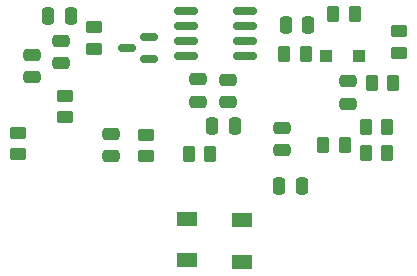
<source format=gbr>
%TF.GenerationSoftware,KiCad,Pcbnew,(6.0.1)*%
%TF.CreationDate,2022-07-11T12:53:36-07:00*%
%TF.ProjectId,ratt-rounded,72617474-2d72-46f7-956e-6465642e6b69,rev?*%
%TF.SameCoordinates,Original*%
%TF.FileFunction,Paste,Bot*%
%TF.FilePolarity,Positive*%
%FSLAX46Y46*%
G04 Gerber Fmt 4.6, Leading zero omitted, Abs format (unit mm)*
G04 Created by KiCad (PCBNEW (6.0.1)) date 2022-07-11 12:53:36*
%MOMM*%
%LPD*%
G01*
G04 APERTURE LIST*
G04 Aperture macros list*
%AMRoundRect*
0 Rectangle with rounded corners*
0 $1 Rounding radius*
0 $2 $3 $4 $5 $6 $7 $8 $9 X,Y pos of 4 corners*
0 Add a 4 corners polygon primitive as box body*
4,1,4,$2,$3,$4,$5,$6,$7,$8,$9,$2,$3,0*
0 Add four circle primitives for the rounded corners*
1,1,$1+$1,$2,$3*
1,1,$1+$1,$4,$5*
1,1,$1+$1,$6,$7*
1,1,$1+$1,$8,$9*
0 Add four rect primitives between the rounded corners*
20,1,$1+$1,$2,$3,$4,$5,0*
20,1,$1+$1,$4,$5,$6,$7,0*
20,1,$1+$1,$6,$7,$8,$9,0*
20,1,$1+$1,$8,$9,$2,$3,0*%
G04 Aperture macros list end*
%ADD10RoundRect,0.150000X0.825000X0.150000X-0.825000X0.150000X-0.825000X-0.150000X0.825000X-0.150000X0*%
%ADD11RoundRect,0.250000X-0.262500X-0.450000X0.262500X-0.450000X0.262500X0.450000X-0.262500X0.450000X0*%
%ADD12RoundRect,0.250000X-0.450000X0.262500X-0.450000X-0.262500X0.450000X-0.262500X0.450000X0.262500X0*%
%ADD13RoundRect,0.250000X-0.475000X0.250000X-0.475000X-0.250000X0.475000X-0.250000X0.475000X0.250000X0*%
%ADD14RoundRect,0.250000X0.450000X-0.262500X0.450000X0.262500X-0.450000X0.262500X-0.450000X-0.262500X0*%
%ADD15RoundRect,0.250000X0.262500X0.450000X-0.262500X0.450000X-0.262500X-0.450000X0.262500X-0.450000X0*%
%ADD16RoundRect,0.250000X0.475000X-0.250000X0.475000X0.250000X-0.475000X0.250000X-0.475000X-0.250000X0*%
%ADD17RoundRect,0.250000X0.250000X0.475000X-0.250000X0.475000X-0.250000X-0.475000X0.250000X-0.475000X0*%
%ADD18RoundRect,0.150000X0.587500X0.150000X-0.587500X0.150000X-0.587500X-0.150000X0.587500X-0.150000X0*%
%ADD19R,1.700000X1.300000*%
%ADD20RoundRect,0.250000X-0.250000X-0.475000X0.250000X-0.475000X0.250000X0.475000X-0.250000X0.475000X0*%
%ADD21R,1.100000X1.100000*%
G04 APERTURE END LIST*
D10*
%TO.C,U1*%
X38385000Y-26215000D03*
X38385000Y-27485000D03*
X38385000Y-28755000D03*
X38385000Y-30025000D03*
X33435000Y-30025000D03*
X33435000Y-28755000D03*
X33435000Y-27485000D03*
X33435000Y-26215000D03*
%TD*%
D11*
%TO.C,R5*%
X45015500Y-37500000D03*
X46840500Y-37500000D03*
%TD*%
D12*
%TO.C,R6*%
X25610000Y-27567500D03*
X25610000Y-29392500D03*
%TD*%
D13*
%TO.C,C7*%
X36948000Y-32010000D03*
X36948000Y-33910000D03*
%TD*%
%TO.C,C2*%
X41498000Y-36070000D03*
X41498000Y-37970000D03*
%TD*%
D11*
%TO.C,R9*%
X45887500Y-26480000D03*
X47712500Y-26480000D03*
%TD*%
D14*
%TO.C,R7*%
X23170000Y-35184500D03*
X23170000Y-33359500D03*
%TD*%
D15*
%TO.C,R12*%
X50440500Y-36010000D03*
X48615500Y-36010000D03*
%TD*%
%TO.C,R8*%
X50464500Y-38180000D03*
X48639500Y-38180000D03*
%TD*%
D16*
%TO.C,C3*%
X34458000Y-33870000D03*
X34458000Y-31970000D03*
%TD*%
D14*
%TO.C,R4*%
X30028000Y-38492500D03*
X30028000Y-36667500D03*
%TD*%
D17*
%TO.C,C8*%
X37528000Y-35910000D03*
X35628000Y-35910000D03*
%TD*%
D13*
%TO.C,C5*%
X27098000Y-36600000D03*
X27098000Y-38500000D03*
%TD*%
D15*
%TO.C,R3*%
X35462500Y-38302000D03*
X33637500Y-38302000D03*
%TD*%
%TO.C,R1*%
X50940500Y-32290000D03*
X49115500Y-32290000D03*
%TD*%
D18*
%TO.C,Q1*%
X30296100Y-28389400D03*
X30296100Y-30289400D03*
X28421100Y-29339400D03*
%TD*%
D12*
%TO.C,R10*%
X51430000Y-27919500D03*
X51430000Y-29744500D03*
%TD*%
D19*
%TO.C,D2*%
X38175000Y-43918000D03*
X38175000Y-47418000D03*
%TD*%
D20*
%TO.C,C6*%
X41848000Y-27400000D03*
X43748000Y-27400000D03*
%TD*%
D15*
%TO.C,R2*%
X43542500Y-29800000D03*
X41717500Y-29800000D03*
%TD*%
D16*
%TO.C,C11*%
X20390000Y-31792000D03*
X20390000Y-29892000D03*
%TD*%
D21*
%TO.C,D3*%
X45292000Y-29995000D03*
X48092000Y-29995000D03*
%TD*%
D12*
%TO.C,R11*%
X19200000Y-36509500D03*
X19200000Y-38334500D03*
%TD*%
D17*
%TO.C,C10*%
X43202000Y-41040000D03*
X41302000Y-41040000D03*
%TD*%
D16*
%TO.C,C4*%
X22850000Y-30628000D03*
X22850000Y-28728000D03*
%TD*%
D17*
%TO.C,C9*%
X23650500Y-26602000D03*
X21750500Y-26602000D03*
%TD*%
D16*
%TO.C,C1*%
X47090500Y-34050000D03*
X47090500Y-32150000D03*
%TD*%
D19*
%TO.C,D1*%
X33460000Y-47308000D03*
X33460000Y-43808000D03*
%TD*%
M02*

</source>
